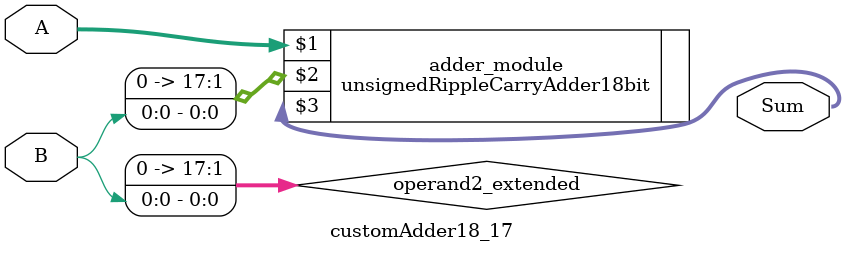
<source format=v>

module customAdder18_17(
                    input [17 : 0] A,
                    input [0 : 0] B,
                    
                    output [18 : 0] Sum
            );

    wire [17 : 0] operand2_extended;
    
    assign operand2_extended =  {17'b0, B};
    
    unsignedRippleCarryAdder18bit adder_module(
        A,
        operand2_extended,
        Sum
    );
    
endmodule
        
</source>
